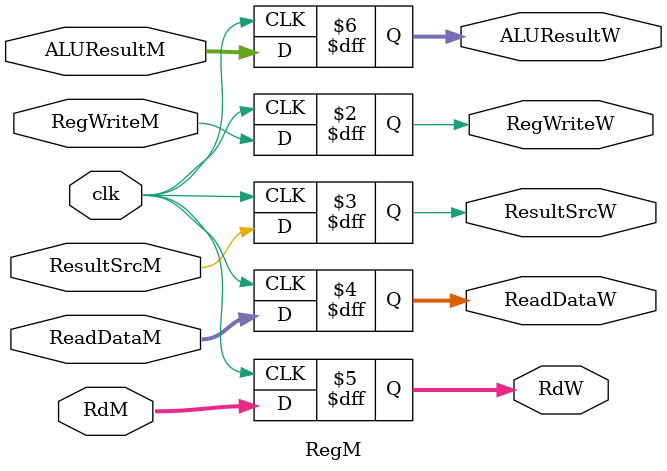
<source format=sv>
module RegM (
    
    input logic             RegWriteM,
    input logic             ResultSrcM,
    input logic  [31:0]     ReadDataM,
    input logic  [4:0]      RdM,
    input logic  [31:0]     ALUResultM,
    input logic             clk,

    output logic            RegWriteW,
    output logic            ResultSrcW,
    output logic  [31:0]    ReadDataW,
    output logic  [4:0]     RdW,
    output logic  [31:0]    ALUResultW
);

always_ff @(negedge clk) begin

    RegWriteW   <= RegWriteM;
    ResultSrcW  <= ResultSrcM;
    ReadDataW   <= ReadDataM;
    RdW         <= RdM;
    ALUResultW  <= ALUResultM;    
end
    
endmodule

</source>
